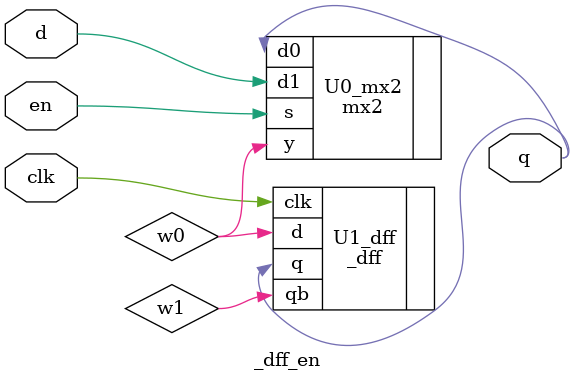
<source format=v>
module _dff_en(clk,en,d,q); // enabled D flip-flop
	input clk,en,d;
	output q;
	wire w0,w1;
	
	mx2 U0_mx2(.d0(q),.d1(d),.s(en),.y(w0));	// enable signal
	_dff U1_dff(.clk(clk),.d(w0),.q(q),.qb(w1));
	
endmodule
</source>
